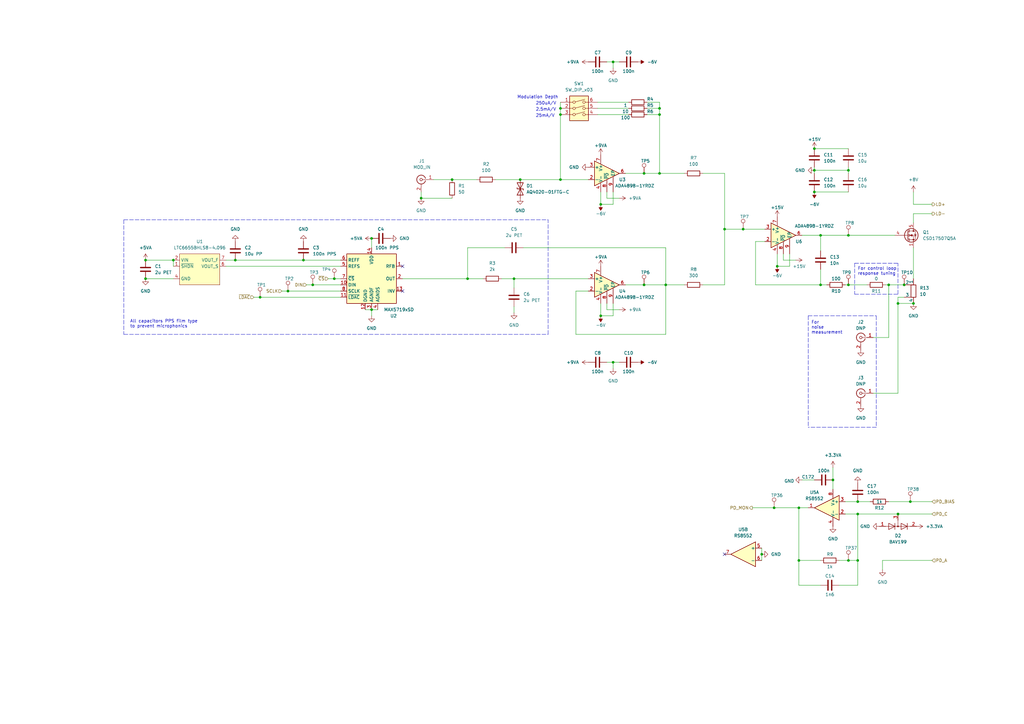
<source format=kicad_sch>
(kicad_sch (version 20211123) (generator eeschema)
  (paper "A3")
  (title_block (title "Kirdy") (date "2022-07-03") (rev "r0.1") (company "M-Labs") (comment 1 "Alex Wong Tat Hang"))
  (lib_symbols
    (symbol "Amplifier_Operational:ADA4898-1YRDZ" (pin_names (offset 0.127))
      (property "Reference" "U" (at 3.81 3.81 0))
      (property "Value" "ADA4898-1YRDZ" (at 11.43 -2.54 0))
      (symbol "ADA4898-1YRDZ_1_1"
        (polyline (pts (xy -5.08 5.08) (xy 5.08 0) (xy -5.08 -5.08) (xy -5.08 5.08)) (stroke (width 0.254)) (fill (type background)))
        (pin input line (at -7.62 -2.54 0) (length 2.54) (name "-") (number "2"))
        (pin input line (at -7.62 2.54 0) (length 2.54) (name "+") (number "3"))
        (pin power_in line (at -2.54 -7.62 90) (length 3.81) (name "V-") (number "4"))
        (pin output line (at 7.62 0 180) (length 2.54) (name "~") (number "6"))
        (pin power_in line (at -2.54 7.62 270) (length 3.81) (name "V+") (number "7"))
        (pin input line (at 0 -7.62 90) (length 5.08) (name "~{PD}") (number "8"))
        (pin passive line (at 2.54 -7.62 90) (length 6.35) (name "EP") (number "9"))
      )
    )
    (symbol "Analog_DAC:MAX5719xSD"
      (property "Reference" "U" (at -10.16 11.43 0))
      (property "Value" "MAX5719xSD" (at 1.27 11.43 0))
      (symbol "MAX5719xSD_0_1"
        (rectangle (start -10.16 10.16) (end 10.16 -10.16) (stroke (width 0.254)) (fill (type background)))
      )
      (symbol "MAX5719xSD_1_1"
        (pin passive line (at 12.7 5.08 180) (length 2.54) (name "RFB") (number "1"))
        (pin input line (at -12.7 -2.54 0) (length 2.54) (name "DIN") (number "10"))
        (pin input line (at -12.7 -7.62 0) (length 2.54) (name "~{LDAC}") (number "11"))
        (pin power_in line (at -2.54 -12.7 90) (length 2.54) (name "DGND") (number "12"))
        (pin passive line (at 12.7 -5.08 180) (length 2.54) (name "INV") (number "13"))
        (pin power_in line (at 0 12.7 270) (length 2.54) (name "VDD") (number "14"))
        (pin output line (at 12.7 0 180) (length 2.54) (name "OUT") (number "2"))
        (pin power_in line (at 0 -12.7 90) (length 2.54) (name "AGNDF") (number "3"))
        (pin power_in line (at 2.54 -12.7 90) (length 2.54) (name "AGNDS") (number "4"))
        (pin input line (at -12.7 5.08 0) (length 2.54) (name "REFS") (number "5"))
        (pin input line (at -12.7 7.62 0) (length 2.54) (name "REFF") (number "6"))
        (pin input line (at -12.7 0 0) (length 2.54) (name "~{CS}") (number "7"))
        (pin input line (at -12.7 -5.08 0) (length 2.54) (name "SCLK") (number "8"))
        (pin no_connect line (at 10.16 -7.62 180) (length 2.54) hide (name "NC") (number "9"))
      )
    )
    (symbol "Connector:Conn_Coaxial" (pin_names (offset 1.016) hide)
      (property "Reference" "J" (at 0.254 3.048 0))
      (property "Value" "Conn_Coaxial" (at 2.921 0 90))
      (symbol "Conn_Coaxial_0_1"
        (arc (start -1.778 -0.508) (mid 0.222 -1.808) (end 1.778 0) (stroke (width 0.254)))
        (polyline (pts (xy -2.54 0) (xy -0.508 0)))
        (polyline (pts (xy 0 -2.54) (xy 0 -1.778)))
        (circle (center 0 0) (radius 0.508) (stroke (width 0.2032)))
        (arc (start 1.778 0) (mid 0.222 1.8083) (end -1.778 0.508) (stroke (width 0.254)))
      )
      (symbol "Conn_Coaxial_1_1"
        (pin passive line (at -5.08 0 0) (length 2.54) (name "In") (number "1"))
        (pin passive line (at 0 -5.08 90) (length 2.54) (name "Ext") (number "2"))
      )
    )
    (symbol "Connector:TestPoint" (pin_numbers hide) (pin_names (offset 0.762) hide)
      (property "Reference" "TP" (at 0 6.858 0))
      (property "Value" "TestPoint" (at 0 5.08 0))
      (symbol "TestPoint_0_1"
        (circle (center 0 3.302) (radius 0.762))
      )
      (symbol "TestPoint_1_1"
        (pin passive line (at 0 0 90) (length 2.54) (name "1") (number "1"))
      )
    )
    (symbol "Device:C" (pin_numbers hide) (pin_names (offset 0.254))
      (property "Reference" "C" (at 0.635 2.54 0))
      (property "Value" "C" (at 0.635 -2.54 0))
      (symbol "C_0_1"
        (polyline (pts (xy -2.032 -0.762) (xy 2.032 -0.762)) (stroke (width 0.508)))
        (polyline (pts (xy -2.032 0.762) (xy 2.032 0.762)) (stroke (width 0.508)))
      )
      (symbol "C_1_1"
        (pin passive line (at 0 3.81 270) (length 2.794) (name "~") (number "1"))
        (pin passive line (at 0 -3.81 90) (length 2.794) (name "~") (number "2"))
      )
    )
    (symbol "Device:D_TVS" (pin_numbers hide) (pin_names (offset 1.016) hide)
      (property "Reference" "D" (at 0 2.54 0))
      (property "Value" "D_TVS" (at 0 -2.54 0))
      (symbol "D_TVS_0_1"
        (polyline (pts (xy 1.27 0) (xy -1.27 0)))
        (polyline (pts (xy 0.508 1.27) (xy 0 1.27) (xy 0 -1.27) (xy -0.508 -1.27)) (stroke (width 0.254)))
        (polyline (pts (xy -2.54 1.27) (xy -2.54 -1.27) (xy 2.54 1.27) (xy 2.54 -1.27) (xy -2.54 1.27)) (stroke (width 0.254)))
      )
      (symbol "D_TVS_1_1"
        (pin passive line (at -3.81 0 0) (length 2.54) (name "A1") (number "1"))
        (pin passive line (at 3.81 0 180) (length 2.54) (name "A2") (number "2"))
      )
    )
    (symbol "Device:R" (pin_numbers hide) (pin_names (offset 0))
      (property "Reference" "R" (at 2.032 0 90))
      (property "Value" "R" (at 0 0 90))
      (symbol "R_0_1"
        (rectangle (start -1.016 -2.54) (end 1.016 2.54) (stroke (width 0.254)))
      )
      (symbol "R_1_1"
        (pin passive line (at 0 3.81 270) (length 1.27) (name "~") (number "1"))
        (pin passive line (at 0 -3.81 90) (length 1.27) (name "~") (number "2"))
      )
    )
    (symbol "Device:R_Shunt" (pin_numbers hide) (pin_names (offset 0))
      (property "Reference" "R" (at -4.445 0 90))
      (property "Value" "R_Shunt" (at -2.54 0 90))
      (symbol "R_Shunt_0_1"
        (rectangle (start -1.016 -2.54) (end 1.016 2.54) (stroke (width 0.254)))
        (polyline (pts (xy 0 -2.54) (xy 1.27 -2.54)))
        (polyline (pts (xy 1.27 2.54) (xy 0 2.54)))
      )
      (symbol "R_Shunt_1_1"
        (pin passive line (at 0 5.08 270) (length 2.54) (name "1") (number "1"))
        (pin passive line (at 3.81 2.54 180) (length 2.54) (name "2") (number "2"))
        (pin passive line (at 3.81 -2.54 180) (length 2.54) (name "3") (number "3"))
        (pin passive line (at 0 -5.08 90) (length 2.54) (name "4") (number "4"))
      )
    )
    (symbol "Diode:BAV99" (pin_names hide)
      (property "Reference" "D" (at 0 5.08 0))
      (property "Value" "BAV99" (at 0 2.54 0))
      (symbol "BAV99_0_1"
        (polyline (pts (xy -5.08 0) (xy 5.08 0)))
      )
      (symbol "BAV99_1_1"
        (polyline (pts (xy 0 0) (xy 0 -2.54)))
        (polyline (pts (xy -1.27 -1.27) (xy -1.27 1.27) (xy -1.27 1.27)) (stroke (width 0.2032)))
        (polyline (pts (xy 3.81 1.27) (xy 3.81 -1.27) (xy 3.81 -1.27)) (stroke (width 0.2032)))
        (polyline (pts (xy -3.81 1.27) (xy -1.27 0) (xy -3.81 -1.27) (xy -3.81 1.27) (xy -3.81 1.27) (xy -3.81 1.27)) (stroke (width 0.2032)))
        (polyline (pts (xy 1.27 1.27) (xy 3.81 0) (xy 1.27 -1.27) (xy 1.27 1.27) (xy 1.27 1.27) (xy 1.27 1.27)) (stroke (width 0.2032)))
        (circle (center 0 0) (radius 0.254) (fill (type outline)))
        (pin passive line (at -7.62 0 0) (length 2.54) (name "K") (number "1"))
        (pin passive line (at 7.62 0 180) (length 2.54) (name "A") (number "2"))
        (pin passive line (at 0 -5.08 90) (length 2.54) (name "K") (number "3"))
      )
    )
    (symbol "Switch:SW_DIP_x03" (pin_names (offset 0) hide)
      (property "Reference" "SW" (at 0 8.89 0))
      (property "Value" "SW_DIP_x03" (at 0 -3.81 0))
      (symbol "SW_DIP_x03_0_0"
        (circle (center -2.032 0) (radius 0.508))
        (circle (center -2.032 2.54) (radius 0.508))
        (circle (center -2.032 5.08) (radius 0.508))
        (polyline (pts (xy -1.524 0.127) (xy 2.3622 1.1684)))
        (polyline (pts (xy -1.524 2.667) (xy 2.3622 3.7084)))
        (polyline (pts (xy -1.524 5.207) (xy 2.3622 6.2484)))
        (circle (center 2.032 0) (radius 0.508))
        (circle (center 2.032 2.54) (radius 0.508))
        (circle (center 2.032 5.08) (radius 0.508))
      )
      (symbol "SW_DIP_x03_0_1"
        (rectangle (start -3.81 7.62) (end 3.81 -2.54) (stroke (width 0.254)) (fill (type background)))
      )
      (symbol "SW_DIP_x03_1_1"
        (pin passive line (at -7.62 5.08 0) (length 5.08) (name "~") (number "1"))
        (pin passive line (at -7.62 2.54 0) (length 5.08) (name "~") (number "2"))
        (pin passive line (at -7.62 0 0) (length 5.08) (name "~") (number "3"))
        (pin passive line (at 7.62 0 180) (length 5.08) (name "~") (number "4"))
        (pin passive line (at 7.62 2.54 180) (length 5.08) (name "~") (number "5"))
        (pin passive line (at 7.62 5.08 180) (length 5.08) (name "~") (number "6"))
      )
    )
    (symbol "Transistor_FET:CSD17507Q5A" (pin_names hide)
      (property "Reference" "Q" (at 5.08 1.905 0))
      (property "Value" "CSD17507Q5A" (at 5.08 0 0))
      (symbol "CSD17507Q5A_0_1"
        (polyline (pts (xy 0.254 0) (xy -2.54 0)))
        (polyline (pts (xy 0.254 1.905) (xy 0.254 -1.905)) (stroke (width 0.254)))
        (polyline (pts (xy 0.762 -1.27) (xy 0.762 -2.286)) (stroke (width 0.254)))
        (polyline (pts (xy 0.762 0.508) (xy 0.762 -0.508)) (stroke (width 0.254)))
        (polyline (pts (xy 0.762 2.286) (xy 0.762 1.27)) (stroke (width 0.254)))
        (polyline (pts (xy 2.54 2.54) (xy 2.54 1.778)))
        (polyline (pts (xy 2.54 -2.54) (xy 2.54 0) (xy 0.762 0)))
        (polyline (pts (xy 0.762 -1.778) (xy 3.302 -1.778) (xy 3.302 1.778) (xy 0.762 1.778)))
        (polyline (pts (xy 1.016 0) (xy 2.032 0.381) (xy 2.032 -0.381) (xy 1.016 0)) (fill (type outline)))
        (polyline (pts (xy 2.794 0.508) (xy 2.921 0.381) (xy 3.683 0.381) (xy 3.81 0.254)))
        (polyline (pts (xy 3.302 0.381) (xy 2.921 -0.254) (xy 3.683 -0.254) (xy 3.302 0.381)))
        (circle (center 1.651 0) (radius 2.794) (stroke (width 0.254)))
        (circle (center 2.54 -1.778) (radius 0.254) (fill (type outline)))
        (circle (center 2.54 1.778) (radius 0.254) (fill (type outline)))
      )
      (symbol "CSD17507Q5A_1_1"
        (pin passive line (at 2.54 -5.08 90) (length 2.54) (name "S") (number "1"))
        (pin passive line (at 2.54 -5.08 90) (length 2.54) hide (name "S") (number "2"))
        (pin passive line (at 2.54 -5.08 90) (length 2.54) hide (name "S") (number "3"))
        (pin passive line (at -5.08 0 0) (length 2.54) (name "G") (number "4"))
        (pin passive line (at 2.54 5.08 270) (length 2.54) (name "D") (number "5"))
      )
    )
    (symbol "kirdy:LTC6655"
      (property "Reference" "U" (at 0 -10.16 0))
      (property "Value" "LTC6655" (at 0 -7.62 0))
      (symbol "LTC6655_0_0"
        (pin input line (at -10.16 2.54 0) (length 2.54) (name "~{SHDN}") (number "1"))
        (pin power_in line (at -10.16 5.08 0) (length 2.54) (name "VIN") (number "2"))
        (pin power_in line (at -10.16 -2.54 0) (length 2.54) hide (name "GND") (number "3"))
        (pin power_in line (at -10.16 -2.54 0) (length 2.54) (name "GND") (number "4"))
        (pin power_in line (at -10.16 -2.54 0) (length 2.54) hide (name "GND") (number "5"))
        (pin passive line (at 11.43 2.54 180) (length 2.54) (name "VOUT_S") (number "6"))
        (pin output line (at 11.43 5.08 180) (length 2.54) (name "VOUT_F") (number "7"))
        (pin power_in line (at -10.16 -2.54 0) (length 2.54) hide (name "GND") (number "8"))
      )
      (symbol "LTC6655_0_1"
        (rectangle (start -7.62 7.62) (end 8.89 -5.08) (fill (type background)))
      )
    )
    (symbol "kirdy:RS8552" (pin_names (offset 0.127))
      (property "Reference" "U" (at 0 5.08 0))
      (property "Value" "RS8552" (at 0 -5.08 0))
      (symbol "RS8552_1_1"
        (polyline (pts (xy -5.08 5.08) (xy 5.08 0) (xy -5.08 -5.08) (xy -5.08 5.08)) (stroke (width 0.254)) (fill (type background)))
        (pin output line (at 7.62 0 180) (length 2.54) (name "~") (number "1"))
        (pin input line (at -7.62 -2.54 0) (length 2.54) (name "-") (number "2"))
        (pin input line (at -7.62 2.54 0) (length 2.54) (name "+") (number "3"))
      )
      (symbol "RS8552_2_1"
        (polyline (pts (xy -5.08 5.08) (xy 5.08 0) (xy -5.08 -5.08) (xy -5.08 5.08)) (stroke (width 0.254)) (fill (type background)))
        (pin input line (at -7.62 2.54 0) (length 2.54) (name "+") (number "5"))
        (pin input line (at -7.62 -2.54 0) (length 2.54) (name "-") (number "6"))
        (pin output line (at 7.62 0 180) (length 2.54) (name "~") (number "7"))
      )
      (symbol "RS8552_3_1"
        (pin power_in line (at -2.54 -7.62 90) (length 3.81) (name "V-") (number "4"))
        (pin power_in line (at -2.54 7.62 270) (length 3.81) (name "V+") (number "8"))
      )
    )
    (symbol "power:+15V" (power) (pin_names (offset 0))
      (property "Value" "+15V" (at 0 3.556 0))
      (symbol "+15V_0_1"
        (polyline (pts (xy -0.762 1.27) (xy 0 2.54)))
        (polyline (pts (xy 0 0) (xy 0 2.54)))
        (polyline (pts (xy 0 2.54) (xy 0.762 1.27)))
      )
      (symbol "+15V_1_1"
        (pin power_in line (at 0 0 90) (length 0) hide (name "+15V") (number "1"))
      )
    )
    (symbol "power:+3.3VA" (power) (pin_names (offset 0))
      (property "Value" "+3.3VA" (at 0 3.556 0))
      (symbol "+3.3VA_0_1"
        (polyline (pts (xy -0.762 1.27) (xy 0 2.54)))
        (polyline (pts (xy 0 0) (xy 0 2.54)))
        (polyline (pts (xy 0 2.54) (xy 0.762 1.27)))
      )
      (symbol "+3.3VA_1_1"
        (pin power_in line (at 0 0 90) (length 0) hide (name "+3.3VA") (number "1"))
      )
    )
    (symbol "power:+5VA" (power) (pin_names (offset 0))
      (property "Value" "+5VA" (at 0 3.556 0))
      (symbol "+5VA_0_1"
        (polyline (pts (xy -0.762 1.27) (xy 0 2.54)))
        (polyline (pts (xy 0 0) (xy 0 2.54)))
        (polyline (pts (xy 0 2.54) (xy 0.762 1.27)))
      )
      (symbol "+5VA_1_1"
        (pin power_in line (at 0 0 90) (length 0) hide (name "+5VA") (number "1"))
      )
    )
    (symbol "power:+8V" (power) (pin_names (offset 0))
      (property "Value" "+8V" (at 0 3.556 0))
      (symbol "+8V_0_1"
        (polyline (pts (xy -0.762 1.27) (xy 0 2.54)))
        (polyline (pts (xy 0 0) (xy 0 2.54)))
        (polyline (pts (xy 0 2.54) (xy 0.762 1.27)))
      )
      (symbol "+8V_1_1"
        (pin power_in line (at 0 0 90) (length 0) hide (name "+8V") (number "1"))
      )
    )
    (symbol "power:+9VA" (power) (pin_names (offset 0))
      (property "Value" "+9VA" (at 0 3.81 0))
      (symbol "+9VA_0_1"
        (polyline (pts (xy -0.762 1.27) (xy 0 2.54)))
        (polyline (pts (xy 0 0) (xy 0 2.54)))
        (polyline (pts (xy 0 2.54) (xy 0.762 1.27)))
      )
      (symbol "+9VA_1_1"
        (pin power_in line (at 0 0 90) (length 0) hide (name "+9VA") (number "1"))
      )
    )
    (symbol "power:-6V" (power) (pin_names (offset 0))
      (property "Value" "-6V" (at 0 3.81 0))
      (symbol "-6V_0_0"
        (pin power_in line (at 0 0 90) (length 0) hide (name "-6V") (number "1"))
      )
      (symbol "-6V_0_1"
        (polyline (pts (xy 0 0) (xy 0 1.27) (xy 0.762 1.27) (xy 0 2.54) (xy -0.762 1.27) (xy 0 1.27)) (fill (type outline)))
      )
    )
    (symbol "power:GND" (power) (pin_names (offset 0))
      (property "Value" "GND" (at 0 -3.81 0))
      (symbol "GND_0_1"
        (polyline (pts (xy 0 0) (xy 0 -1.27) (xy 1.27 -1.27) (xy 0 -2.54) (xy -1.27 -1.27) (xy 0 -1.27)))
      )
      (symbol "GND_1_1"
        (pin power_in line (at 0 0 270) (length 0) hide (name "GND") (number "1"))
      )
    )
  )
  (junction (at 229.87 46.99))
  (junction (at 270.51 71.12))
  (junction (at 318.77 109.22))
  (junction (at 229.87 44.45))
  (junction (at 370.84 116.84))
  (junction (at 334.01 69.85))
  (junction (at 347.98 229.87))
  (junction (at 351.79 205.74))
  (junction (at 152.4 97.79))
  (junction (at 347.98 96.52))
  (junction (at 336.55 96.52))
  (junction (at 347.98 116.84))
  (junction (at 251.46 25.4))
  (junction (at 213.36 73.66))
  (junction (at 351.79 229.87))
  (junction (at 364.49 116.84))
  (junction (at 251.46 148.59))
  (junction (at 334.01 60.96))
  (junction (at 185.42 73.66))
  (junction (at 246.38 129.54))
  (junction (at 128.27 116.84))
  (junction (at 273.05 116.84))
  (junction (at 246.38 83.82))
  (junction (at 264.16 116.84))
  (junction (at 336.55 116.84))
  (junction (at 191.77 114.3))
  (junction (at 373.38 205.74))
  (junction (at 327.66 208.28))
  (junction (at 312.42 227.33))
  (junction (at 351.79 210.82))
  (junction (at 210.82 114.3))
  (junction (at 96.52 106.68))
  (junction (at 347.98 69.85))
  (junction (at 317.5 208.28))
  (junction (at 71.12 106.68))
  (junction (at 374.65 124.46))
  (junction (at 334.01 78.74))
  (junction (at 304.8 93.98))
  (junction (at 270.51 46.99))
  (junction (at 124.46 106.68))
  (junction (at 368.3 210.82))
  (junction (at 59.69 114.3))
  (junction (at 327.66 229.87))
  (junction (at 118.11 119.38))
  (junction (at 368.3 124.46))
  (junction (at 341.63 196.85))
  (junction (at 106.68 121.92))
  (junction (at 152.4 127))
  (junction (at 137.1211 114.3))
  (junction (at 264.16 71.12))
  (junction (at 270.51 44.45))
  (junction (at 172.72 81.28))
  (junction (at 59.69 106.68))
  (junction (at 229.87 73.66))
  (junction (at 297.18 93.98))
  (no_connect (at 165.1 119.38))
  (no_connect (at 297.18 227.33))
  (no_connect (at 165.1 109.22))
  (wire (pts (xy 210.82 125.73) (xy 210.82 128.27)))
  (wire (pts (xy 137.1211 114.3) (xy 139.7 114.3)))
  (polyline (pts (xy 331.47 129.54) (xy 331.47 175.26)))
  (wire (pts (xy 308.61 208.28) (xy 317.5 208.28)))
  (wire (pts (xy 71.12 106.68) (xy 71.12 109.22)))
  (wire (pts (xy 172.72 81.28) (xy 185.42 81.28)))
  (wire (pts (xy 273.05 116.84) (xy 280.67 116.84)))
  (wire (pts (xy 368.3 210.82) (xy 382.27 210.82)))
  (wire (pts (xy 364.49 116.84) (xy 370.84 116.84)))
  (wire (pts (xy 336.55 96.52) (xy 347.98 96.52)))
  (wire (pts (xy 347.98 229.87) (xy 351.79 229.87)))
  (wire (pts (xy 351.79 229.87) (xy 351.79 210.82)))
  (wire (pts (xy 334.01 69.85) (xy 334.01 71.12)))
  (wire (pts (xy 374.65 91.44) (xy 374.65 87.63)))
  (wire (pts (xy 214.63 101.6) (xy 273.05 101.6)))
  (wire (pts (xy 172.72 81.28) (xy 172.72 78.74)))
  (wire (pts (xy 336.55 96.52) (xy 336.55 102.87)))
  (wire (pts (xy 328.93 96.52) (xy 336.55 96.52)))
  (wire (pts (xy 248.92 127) (xy 254 127)))
  (wire (pts (xy 213.36 73.66) (xy 229.87 73.66)))
  (wire (pts (xy 288.29 116.84) (xy 297.18 116.84)))
  (wire (pts (xy 185.42 73.66) (xy 195.58 73.66)))
  (wire (pts (xy 347.98 116.84) (xy 355.6 116.84)))
  (wire (pts (xy 177.8 73.66) (xy 185.42 73.66)))
  (polyline (pts (xy 350.52 120.65) (xy 368.3 120.65)))
  (wire (pts (xy 115.57 119.38) (xy 118.11 119.38)))
  (wire (pts (xy 118.11 119.38) (xy 139.7 119.38)))
  (wire (pts (xy 270.51 41.91) (xy 270.51 44.45)))
  (wire (pts (xy 270.51 46.99) (xy 270.51 71.12)))
  (wire (pts (xy 203.2 73.66) (xy 213.36 73.66)))
  (wire (pts (xy 358.14 138.43) (xy 364.49 138.43)))
  (wire (pts (xy 361.95 229.87) (xy 382.27 229.87)))
  (wire (pts (xy 368.3 161.29) (xy 358.14 161.29)))
  (wire (pts (xy 321.31 106.68) (xy 326.39 106.68)))
  (polyline (pts (xy 350.52 107.95) (xy 368.3 107.95)))
  (wire (pts (xy 368.3 121.92) (xy 368.3 124.46)))
  (wire (pts (xy 327.66 229.87) (xy 327.66 208.28)))
  (wire (pts (xy 96.52 106.68) (xy 124.46 106.68)))
  (wire (pts (xy 125.73 116.84) (xy 128.27 116.84)))
  (wire (pts (xy 270.51 71.12) (xy 280.67 71.12)))
  (wire (pts (xy 251.46 25.4) (xy 251.46 27.94)))
  (wire (pts (xy 265.43 46.99) (xy 270.51 46.99)))
  (polyline (pts (xy 331.47 129.54) (xy 359.41 129.54)))
  (wire (pts (xy 134.62 114.3) (xy 137.1211 114.3)))
  (wire (pts (xy 210.82 114.3) (xy 241.3 114.3)))
  (wire (pts (xy 256.54 116.84) (xy 264.16 116.84)))
  (wire (pts (xy 368.3 124.46) (xy 368.3 161.29)))
  (wire (pts (xy 205.74 114.3) (xy 210.82 114.3)))
  (wire (pts (xy 245.11 46.99) (xy 257.81 46.99)))
  (wire (pts (xy 273.05 137.16) (xy 273.05 116.84)))
  (wire (pts (xy 336.55 240.03) (xy 327.66 240.03)))
  (wire (pts (xy 374.65 87.63) (xy 382.27 87.63)))
  (wire (pts (xy 92.71 109.22) (xy 139.7 109.22)))
  (wire (pts (xy 347.98 69.85) (xy 334.01 69.85)))
  (wire (pts (xy 251.46 25.4) (xy 254 25.4)))
  (wire (pts (xy 236.22 119.38) (xy 236.22 137.16)))
  (wire (pts (xy 251.46 83.82) (xy 251.46 78.74)))
  (wire (pts (xy 246.38 78.74) (xy 246.38 83.82)))
  (wire (pts (xy 251.46 129.54) (xy 251.46 124.46)))
  (wire (pts (xy 191.77 101.6) (xy 191.77 114.3)))
  (wire (pts (xy 106.68 121.92) (xy 139.7 121.92)))
  (wire (pts (xy 373.38 205.74) (xy 382.27 205.74)))
  (wire (pts (xy 207.01 101.6) (xy 191.77 101.6)))
  (polyline (pts (xy 50.8 90.17) (xy 224.79 90.17)))
  (wire (pts (xy 264.16 71.12) (xy 270.51 71.12)))
  (wire (pts (xy 265.43 41.91) (xy 270.51 41.91)))
  (wire (pts (xy 361.95 233.68) (xy 361.95 229.87)))
  (wire (pts (xy 251.46 148.59) (xy 254 148.59)))
  (wire (pts (xy 297.18 93.98) (xy 304.8 93.98)))
  (wire (pts (xy 248.92 78.74) (xy 248.92 81.28)))
  (wire (pts (xy 246.38 83.82) (xy 251.46 83.82)))
  (wire (pts (xy 248.92 148.59) (xy 251.46 148.59)))
  (wire (pts (xy 297.18 71.12) (xy 297.18 93.98)))
  (wire (pts (xy 318.77 109.22) (xy 323.85 109.22)))
  (wire (pts (xy 248.92 25.4) (xy 251.46 25.4)))
  (polyline (pts (xy 368.3 120.65) (xy 368.3 107.95)))
  (wire (pts (xy 368.3 121.92) (xy 370.84 121.92)))
  (wire (pts (xy 317.5 208.28) (xy 327.66 208.28)))
  (wire (pts (xy 344.17 229.87) (xy 347.98 229.87)))
  (wire (pts (xy 92.71 106.68) (xy 96.52 106.68)))
  (wire (pts (xy 364.49 138.43) (xy 364.49 116.84)))
  (wire (pts (xy 236.22 137.16) (xy 273.05 137.16)))
  (wire (pts (xy 346.71 116.84) (xy 347.98 116.84)))
  (wire (pts (xy 248.92 124.46) (xy 248.92 127)))
  (wire (pts (xy 165.1 114.3) (xy 191.77 114.3)))
  (wire (pts (xy 124.46 106.68) (xy 139.7 106.68)))
  (wire (pts (xy 364.49 205.74) (xy 373.38 205.74)))
  (wire (pts (xy 363.22 116.84) (xy 364.49 116.84)))
  (wire (pts (xy 256.54 71.12) (xy 264.16 71.12)))
  (wire (pts (xy 288.29 71.12) (xy 297.18 71.12)))
  (wire (pts (xy 265.43 44.45) (xy 270.51 44.45)))
  (wire (pts (xy 59.69 106.68) (xy 71.12 106.68)))
  (wire (pts (xy 341.63 191.77) (xy 341.63 196.85)))
  (wire (pts (xy 59.69 114.3) (xy 71.12 114.3)))
  (wire (pts (xy 346.71 205.74) (xy 351.79 205.74)))
  (wire (pts (xy 229.87 41.91) (xy 229.87 44.45)))
  (wire (pts (xy 246.38 129.54) (xy 251.46 129.54)))
  (wire (pts (xy 318.77 104.14) (xy 318.77 109.22)))
  (wire (pts (xy 347.98 96.52) (xy 367.03 96.52)))
  (wire (pts (xy 264.16 116.84) (xy 273.05 116.84)))
  (polyline (pts (xy 359.41 175.26) (xy 331.47 175.26)))
  (polyline (pts (xy 50.8 90.17) (xy 50.8 137.16)))
  (wire (pts (xy 309.88 116.84) (xy 309.88 99.06)))
  (wire (pts (xy 327.66 240.03) (xy 327.66 229.87)))
  (wire (pts (xy 152.4 97.79) (xy 152.4 101.6)))
  (wire (pts (xy 321.31 104.14) (xy 321.31 106.68)))
  (wire (pts (xy 327.66 229.87) (xy 336.55 229.87)))
  (polyline (pts (xy 350.52 107.95) (xy 350.52 120.65)))
  (wire (pts (xy 351.79 205.74) (xy 356.87 205.74)))
  (wire (pts (xy 312.42 224.79) (xy 312.42 227.33)))
  (wire (pts (xy 374.65 83.82) (xy 382.27 83.82)))
  (wire (pts (xy 336.55 116.84) (xy 309.88 116.84)))
  (wire (pts (xy 297.18 116.84) (xy 297.18 93.98)))
  (polyline (pts (xy 359.41 129.54) (xy 359.41 175.26)))
  (wire (pts (xy 229.87 44.45) (xy 229.87 46.99)))
  (wire (pts (xy 149.86 127) (xy 152.4 127)))
  (wire (pts (xy 312.42 227.33) (xy 312.42 229.87)))
  (wire (pts (xy 104.14 121.92) (xy 106.68 121.92)))
  (wire (pts (xy 304.8 93.98) (xy 313.69 93.98)))
  (wire (pts (xy 191.77 114.3) (xy 198.12 114.3)))
  (wire (pts (xy 248.92 81.28) (xy 254 81.28)))
  (polyline (pts (xy 50.8 137.16) (xy 224.79 137.16)))
  (wire (pts (xy 328.93 196.85) (xy 334.01 196.85)))
  (wire (pts (xy 344.17 240.03) (xy 351.79 240.03)))
  (wire (pts (xy 246.38 124.46) (xy 246.38 129.54)))
  (wire (pts (xy 341.63 196.85) (xy 341.63 200.66)))
  (wire (pts (xy 346.71 210.82) (xy 351.79 210.82)))
  (wire (pts (xy 351.79 240.03) (xy 351.79 229.87)))
  (wire (pts (xy 229.87 46.99) (xy 229.87 73.66)))
  (wire (pts (xy 245.11 44.45) (xy 257.81 44.45)))
  (wire (pts (xy 327.66 208.28) (xy 331.47 208.28)))
  (wire (pts (xy 347.98 68.58) (xy 347.98 69.85)))
  (wire (pts (xy 374.65 78.74) (xy 374.65 83.82)))
  (wire (pts (xy 128.27 116.84) (xy 139.7 116.84)))
  (wire (pts (xy 152.4 127) (xy 152.4 129.54)))
  (wire (pts (xy 273.05 101.6) (xy 273.05 116.84)))
  (wire (pts (xy 347.98 69.85) (xy 347.98 71.12)))
  (wire (pts (xy 210.82 114.3) (xy 210.82 118.11)))
  (wire (pts (xy 368.3 124.46) (xy 374.65 124.46)))
  (wire (pts (xy 241.3 119.38) (xy 236.22 119.38)))
  (wire (pts (xy 334.01 68.58) (xy 334.01 69.85)))
  (wire (pts (xy 334.01 60.96) (xy 347.98 60.96)))
  (wire (pts (xy 351.79 210.82) (xy 368.3 210.82)))
  (wire (pts (xy 336.55 116.84) (xy 339.09 116.84)))
  (wire (pts (xy 334.01 78.74) (xy 347.98 78.74)))
  (wire (pts (xy 374.65 101.6) (xy 374.65 114.3)))
  (wire (pts (xy 323.85 109.22) (xy 323.85 104.14)))
  (wire (pts (xy 229.87 73.66) (xy 241.3 73.66)))
  (wire (pts (xy 336.55 110.49) (xy 336.55 116.84)))
  (wire (pts (xy 251.46 148.59) (xy 251.46 151.13)))
  (polyline (pts (xy 224.79 137.16) (xy 224.79 90.17)))
  (wire (pts (xy 245.11 41.91) (xy 257.81 41.91)))
  (wire (pts (xy 270.51 44.45) (xy 270.51 46.99)))
  (wire (pts (xy 152.4 127) (xy 154.94 127)))
  (wire (pts (xy 309.88 99.06) (xy 313.69 99.06)))
  (text "250uA/V" (at 219.71 43.18 0) (effects (font (size 1.27 1.27)) (justify left bottom)))
  (text "All capacitors PPS film type\nto prevent microphonics " (at 53.34 134.62 0) (effects (font (size 1.27 1.27)) (justify left bottom)))
  (text "For\nnoise\nmeasurement" (at 332.74 137.16 0) (effects (font (size 1.27 1.27)) (justify left bottom)))
  (text "2.5mA/V" (at 219.71 45.72 0) (effects (font (size 1.27 1.27)) (justify left bottom)))
  (text "For control loop\nresponse tuning" (at 351.79 113.03 0) (effects (font (size 1.27 1.27)) (justify left bottom)))
  (text "25mA/V" (at 219.71 48.26 0) (effects (font (size 1.27 1.27)) (justify left bottom)))
  (text "Modulation Depth" (at 212.09 40.64 0) (effects (font (size 1.27 1.27)) (justify left bottom)))
  (hierarchical_label "~{LDAC}" (shape input) (at 104.14 121.92 180))
  (hierarchical_label "PD_BIAS" (shape input) (at 382.27 205.74 0))
  (hierarchical_label "LD+" (shape output) (at 382.27 83.82 0))
  (hierarchical_label "SCLK" (shape input) (at 115.57 119.38 180))
  (hierarchical_label "PD_MON" (shape output) (at 308.61 208.28 180))
  (hierarchical_label "PD_C" (shape input) (at 382.27 210.82 0))
  (hierarchical_label "PD_A" (shape input) (at 382.27 229.87 0))
  (hierarchical_label "DIN" (shape input) (at 125.73 116.84 180))
  (hierarchical_label "LD-" (shape output) (at 382.27 87.63 0))
  (hierarchical_label "~{CS}" (shape input) (at 134.62 114.3 180))
  (symbol (lib_id "Connector:TestPoint") (at 370.84 116.84 0) (unit 1)
    (property "Reference" "TP10" (at 369.57 111.76 0) (effects (justify left)))
    (property "Value" "TestPoint" (effects hide))
    (property "Footprint" "TestPoint:TestPoint_Pad_2.0x2.0mm" (effects hide))
  )
  (symbol (lib_id "Device:R") (at 261.62 46.99 90) (unit 1)
    (property "Reference" "R6" (at 266.7 45.72 90))
    (property "Value" "100" (at 256.54 48.26 90))
    (property "Footprint" "Resistor_SMD:R_0603_1608Metric" (effects hide))
    (property "MFR_PN" "WR06X1000FTL" (effects hide))
    (property "MFR_PN_ALT" "RMCF0603FT100R" (effects hide))
  )
  (symbol (lib_id "Device:C") (at 351.79 201.93 0) (unit 1)
    (property "Reference" "C17" (at 355.6 199.39 0) (effects (justify left)))
    (property "Value" "100n" (at 355.6 201.93 0) (effects (justify left)))
    (property "Footprint" "Capacitor_SMD:C_0603_1608Metric" (effects hide))
    (property "MFR_PN" "CL10B104KB8NNWC" (effects hide))
    (property "MFR_PN_ALT" "CL10B104KB8NNNL" (effects hide))
  )
  (symbol (lib_id "Diode:BAV99") (at 368.3 215.9 0) (mirror x) (unit 1)
    (property "Reference" "D2" (at 368.3 219.71 0))
    (property "Value" "BAV199" (at 368.3 222.25 0))
    (property "Footprint" "Package_TO_SOT_SMD:SOT-23" (effects hide))
    (property "Datasheet" "https://assets.nexperia.com/documents/data-sheet/BAV99_SER.pdf" (effects hide))
    (property "MFR_PN" "BAV199W-7" (effects hide))
    (property "MFR_PN_ALT" "BAV199E6327HTSA1" (effects hide))
  )
  (symbol (lib_id "Connector:TestPoint") (at 137.1211 114.3 0) (unit 1)
    (property "Reference" "TP4" (at 132.08 110.49 0) (effects (justify left)))
    (property "Value" "TestPoint" (effects hide))
    (property "Footprint" "TestPoint:TestPoint_Pad_2.0x2.0mm" (effects hide))
  )
  (symbol (lib_id "power:GND") (at 328.93 196.85 270) (unit 1)
    (property "Reference" "#PWR0162" (effects hide))
    (property "Value" "GND" (at 325.7551 197.2838 90) (effects (justify right)))
  )
  (symbol (lib_id "power:GND") (at 360.68 215.9 270) (unit 1)
    (property "Reference" "#PWR036" (effects hide))
    (property "Value" "GND" (at 356.87 215.8999 90) (effects (justify right)))
  )
  (symbol (lib_id "Connector:Conn_Coaxial") (at 353.06 161.29 0) (mirror y) (unit 1)
    (property "Reference" "J3" (at 353.06 154.94 0))
    (property "Value" "DNP" (at 353.06 157.48 0))
    (property "Footprint" "Connector_Coaxial:U.FL_Hirose_U.FL-R-SMT-1_Vertical" (effects hide))
    (property "Datasheet" " ~" (effects hide))
    (property "MFR_PN" "U.FL-R-SMT-1(01)" (effects hide))
    (property "MFR_PN_ALT" "U.FL-R-SMT(10)" (effects hide))
  )
  (symbol (lib_id "power:-6V") (at 261.62 25.4 270) (unit 1)
    (property "Reference" "#PWR022" (effects hide))
    (property "Value" "-6V" (at 265.43 25.3999 90) (effects (justify left)))
  )
  (symbol (lib_id "Device:C") (at 210.82 101.6 90) (unit 1)
    (property "Reference" "C5" (at 210.82 93.98 90))
    (property "Value" "2u PET" (at 210.82 96.52 90))
    (property "Footprint" "Capacitor_SMD:C_1812_4532Metric" (effects hide))
    (property "MFR_PN" "35MU225MC14532" (effects hide))
  )
  (symbol (lib_id "power:+15V") (at 334.01 60.96 0) (unit 1)
    (property "Reference" "#PWR028" (effects hide))
    (property "Value" "+15V" (at 334.01 57.15 0))
  )
  (symbol (lib_id "Device:R") (at 359.41 116.84 90) (unit 1)
    (property "Reference" "R11" (at 359.41 119.38 90))
    (property "Value" "0" (at 359.41 114.3 90))
    (property "Footprint" "Resistor_SMD:R_0603_1608Metric" (effects hide))
    (property "MFR_PN" "RMCF0603ZT0R00" (effects hide))
    (property "MFR_PN_ALT" "CR0603-J/-000ELF" (effects hide))
  )
  (symbol (lib_id "power:-6V") (at 261.62 148.59 270) (unit 1)
    (property "Reference" "#PWR023" (effects hide))
    (property "Value" "-6V" (at 265.43 148.5899 90) (effects (justify left)))
  )
  (symbol (lib_id "Device:C") (at 257.81 25.4 90) (unit 1)
    (property "Reference" "C9" (at 257.81 21.59 90))
    (property "Value" "100n" (at 257.81 29.21 90))
    (property "Footprint" "Capacitor_SMD:C_0603_1608Metric" (effects hide))
    (property "MFR_PN" "CL10B104KB8NNWC" (effects hide))
    (property "MFR_PN_ALT" "CL10B104KB8NNNL" (effects hide))
  )
  (symbol (lib_id "Connector:TestPoint") (at 304.8 93.98 0) (unit 1)
    (property "Reference" "TP7" (at 303.53 88.9 0) (effects (justify left)))
    (property "Value" "TestPoint" (effects hide))
    (property "Footprint" "TestPoint:TestPoint_Pad_2.0x2.0mm" (effects hide))
  )
  (symbol (lib_id "power:GND") (at 351.79 198.12 180) (unit 1)
    (property "Reference" "#PWR033" (effects hide))
    (property "Value" "GND" (at 351.79 193.04 0))
  )
  (symbol (lib_id "Connector:TestPoint") (at 106.68 121.92 0) (unit 1)
    (property "Reference" "TP1" (at 105.41 116.84 0) (effects (justify left)))
    (property "Value" "TestPoint" (effects hide))
    (property "Footprint" "TestPoint:TestPoint_Pad_2.0x2.0mm" (effects hide))
  )
  (symbol (lib_id "power:+5VA") (at 59.69 106.68 0) (unit 1)
    (property "Reference" "#PWR01" (effects hide))
    (property "Value" "+5VA" (at 59.69 101.6 0))
  )
  (symbol (lib_id "Device:C") (at 347.98 74.93 0) (unit 1)
    (property "Reference" "C16" (at 351.79 73.6599 0) (effects (justify left)))
    (property "Value" "10u" (at 351.79 76.1999 0) (effects (justify left)))
    (property "Footprint" "Capacitor_SMD:C_0805_2012Metric" (effects hide))
    (property "MFR_PN" "CL21B106KOQNNNG" (effects hide))
    (property "MFR_PN_ALT" "CL21B106KOQNNNE" (effects hide))
  )
  (symbol (lib_id "Device:C") (at 96.52 102.87 0) (unit 1)
    (property "Reference" "C2" (at 100.33 101.5999 0) (effects (justify left)))
    (property "Value" "10u PP" (at 100.33 104.1399 0) (effects (justify left)))
    (property "Footprint" "Capacitor_SMD:C_1812_4532Metric" (effects hide))
    (property "MFR_PN" "16MU106MC44532" (effects hide))
  )
  (symbol (lib_id "Connector:TestPoint") (at 347.98 116.84 0) (unit 1)
    (property "Reference" "TP9" (at 345.44 111.76 0) (effects (justify left)))
    (property "Value" "TestPoint" (effects hide))
    (property "Footprint" "TestPoint:TestPoint_Pad_2.0x2.0mm" (effects hide))
  )
  (symbol (lib_id "Device:R") (at 342.9 116.84 90) (unit 1)
    (property "Reference" "R10" (at 342.9 119.38 90))
    (property "Value" "100" (at 342.9 114.3 90))
    (property "Footprint" "Resistor_SMD:R_0603_1608Metric" (effects hide))
    (property "MFR_PN" "WR06X1000FTL" (effects hide))
    (property "MFR_PN_ALT" "RMCF0603FT100R" (effects hide))
  )
  (symbol (lib_id "power:GND") (at 152.4 129.54 0) (unit 1)
    (property "Reference" "#PWR06" (effects hide))
    (property "Value" "GND" (at 152.4 134.62 0))
  )
  (symbol (lib_id "Amplifier_Operational:ADA4898-1YRDZ") (at 321.31 96.52 0) (unit 1)
    (property "Reference" "U6" (at 327.66 99.06 0))
    (property "Value" "ADA4898-1YRDZ" (at 334.01 92.71 0))
    (property "Footprint" "Package_SO:SOIC-8-1EP_3.9x4.9mm_P1.27mm_EP2.29x3mm" (effects hide))
    (property "Datasheet" "https://www.analog.com/media/en/technical-documentation/data-sheets/ada4898-1_4898-2.pdf" (effects hide))
    (property "MFR_PN" "ADA4898-1YRDZ" (effects hide))
  )
  (symbol (lib_id "Device:C") (at 336.55 106.68 0) (unit 1)
    (property "Reference" "C13" (at 340.36 105.4099 0) (effects (justify left)))
    (property "Value" "10n" (at 340.36 107.9499 0) (effects (justify left)))
    (property "Footprint" "Capacitor_SMD:C_0603_1608Metric" (effects hide))
    (property "MFR_PN" "0603B103K500CT" (effects hide))
    (property "MFR_PN_ALT" "CL10B103KB8NNNC" (effects hide))
  )
  (symbol (lib_id "Connector:TestPoint") (at 373.38 205.74 0) (unit 1)
    (property "Reference" "TP38" (at 372.11 200.66 0) (effects (justify left)))
    (property "Value" "TestPoint" (effects hide))
    (property "Footprint" "TestPoint:TestPoint_Pad_2.0x2.0mm" (effects hide))
  )
  (symbol (lib_id "Device:R") (at 284.48 116.84 90) (unit 1)
    (property "Reference" "R8" (at 284.48 110.49 90))
    (property "Value" "300" (at 284.48 113.03 90))
    (property "Footprint" "Resistor_SMD:R_0603_1608Metric" (effects hide))
    (property "MFR_PN" "RT0603FRE07300RL" (effects hide))
    (property "MFR_PN_ALT" "RC0603FR-10300RL" (effects hide))
  )
  (symbol (lib_id "power:GND") (at 160.02 97.79 90) (unit 1)
    (property "Reference" "#PWR07" (effects hide))
    (property "Value" "GND" (at 163.83 97.7899 90) (effects (justify right)))
  )
  (symbol (lib_id "power:GND") (at 59.69 114.3 0) (unit 1)
    (property "Reference" "#PWR02" (effects hide))
    (property "Value" "GND" (at 59.69 119.38 0))
  )
  (symbol (lib_id "kirdy:RS8552") (at 304.8 227.33 0) (mirror y) (unit 2)
    (property "Reference" "U5" (at 304.8 217.17 0))
    (property "Value" "RS8552" (at 304.8 219.71 0))
    (property "Footprint" "Package_SO:SOIC-8_3.9x4.9mm_P1.27mm" (effects hide))
    (property "Datasheet" "https://datasheet.lcsc.com/lcsc/2010160333_Jiangsu-RUNIC-Tech-RS8554XP_C236997.pdf" (effects hide))
    (property "MFR_PN" "RS8552XK" (effects hide))
  )
  (symbol (lib_id "kirdy:RS8552") (at 339.09 208.28 0) (mirror y) (unit 1)
    (property "Reference" "U5" (at 334.01 201.93 0))
    (property "Value" "RS8552" (at 334.01 204.47 0))
    (property "Footprint" "Package_SO:SOIC-8_3.9x4.9mm_P1.27mm" (effects hide))
    (property "Datasheet" "https://datasheet.lcsc.com/lcsc/2010160333_Jiangsu-RUNIC-Tech-RS8554XP_C236997.pdf" (effects hide))
    (property "MFR_PN" "RS8552XK" (effects hide))
  )
  (symbol (lib_id "Connector:TestPoint") (at 347.98 229.87 0) (unit 1)
    (property "Reference" "TP37" (at 346.71 224.79 0) (effects (justify left)))
    (property "Value" "TestPoint" (effects hide))
    (property "Footprint" "TestPoint:TestPoint_Pad_2.0x2.0mm" (effects hide))
  )
  (symbol (lib_id "power:GND") (at 96.52 99.06 180) (unit 1)
    (property "Reference" "#PWR03" (effects hide))
    (property "Value" "GND" (at 96.52 93.98 0))
  )
  (symbol (lib_id "Device:C") (at 340.36 240.03 90) (unit 1)
    (property "Reference" "C14" (at 340.36 236.22 90))
    (property "Value" "1n6" (at 340.36 243.84 90))
    (property "Footprint" "Capacitor_SMD:C_0603_1608Metric" (effects hide))
    (property "MFR_PN" "GCM1885C1H162FA16D" (effects hide))
    (property "MFR_PN_ALT" "C0603C162J5GAC7867" (effects hide))
  )
  (symbol (lib_id "Device:R") (at 360.68 205.74 90) (unit 1)
    (property "Reference" "R12" (at 360.68 208.28 90))
    (property "Value" "1k" (at 360.68 205.74 90))
    (property "Footprint" "Resistor_SMD:R_0603_1608Metric" (effects hide))
    (property "MFR_PN" "RNCP0603FTD1K00" (effects hide))
    (property "MFR_PN_ALT" "WR06X1001FTL" (effects hide))
  )
  (symbol (lib_id "Switch:SW_DIP_x03") (at 237.49 46.99 0) (unit 1)
    (property "Reference" "SW1" (at 237.49 34.29 0))
    (property "Value" "SW_DIP_x03" (at 237.49 36.83 0))
    (property "Footprint" "Button_Switch_SMD:SW_DIP_SPSTx03_Slide_Omron_A6S-310x_W8.9mm_P2.54mm" (effects hide))
    (property "MFR_PN" "A6SN-3104" (effects hide))
    (property "MFR_PN_ALT" "A6S-3102" (effects hide))
  )
  (symbol (lib_id "Amplifier_Operational:ADA4898-1YRDZ") (at 248.92 116.84 0) (unit 1)
    (property "Reference" "U4" (at 255.27 119.38 0))
    (property "Value" "ADA4898-1YRDZ" (at 260.35 121.92 0))
    (property "Footprint" "Package_SO:SOIC-8-1EP_3.9x4.9mm_P1.27mm_EP2.29x3mm" (effects hide))
    (property "Datasheet" "https://www.analog.com/media/en/technical-documentation/data-sheets/ada4898-1_4898-2.pdf" (effects hide))
    (property "MFR_PN" "ADA4898-1YRDZ" (effects hide))
  )
  (symbol (lib_id "power:GND") (at 341.63 215.9 0) (unit 1)
    (property "Reference" "#PWR032" (effects hide))
    (property "Value" "GND" (at 341.63 220.98 0))
  )
  (symbol (lib_id "power:GND") (at 334.01 69.85 270) (unit 1)
    (property "Reference" "#PWR029" (effects hide))
    (property "Value" "GND" (at 330.2 69.8499 90) (effects (justify right)))
  )
  (symbol (lib_id "power:GND") (at 353.06 166.37 0) (unit 1)
    (property "Reference" "#PWR035" (effects hide))
    (property "Value" "GND" (at 353.06 171.45 0))
  )
  (symbol (lib_id "Device:C") (at 334.01 74.93 0) (unit 1)
    (property "Reference" "C12" (at 337.82 73.6599 0) (effects (justify left)))
    (property "Value" "100n" (at 337.82 76.1999 0) (effects (justify left)))
    (property "Footprint" "Capacitor_SMD:C_0603_1608Metric" (effects hide))
    (property "MFR_PN" "CL10B104KB8NNWC" (effects hide))
    (property "MFR_PN_ALT" "CL10B104KB8NNNL" (effects hide))
  )
  (symbol (lib_id "power:GND") (at 210.82 128.27 0) (unit 1)
    (property "Reference" "#PWR09" (effects hide))
    (property "Value" "GND" (at 210.82 133.35 0))
  )
  (symbol (lib_id "Device:R") (at 201.93 114.3 90) (unit 1)
    (property "Reference" "R3" (at 201.93 107.95 90))
    (property "Value" "2k" (at 201.93 110.49 90))
    (property "Footprint" "Resistor_SMD:R_0603_1608Metric" (effects hide))
    (property "MFR_PN" "RC0603FR-072KL" (effects hide))
    (property "MFR_PN_ALT" "ERJ-3EKF2001V" (effects hide))
  )
  (symbol (lib_id "Device:C") (at 257.81 148.59 90) (unit 1)
    (property "Reference" "C10" (at 257.81 144.78 90))
    (property "Value" "100n" (at 257.81 152.4 90))
    (property "Footprint" "Capacitor_SMD:C_0603_1608Metric" (effects hide))
    (property "MFR_PN" "CL10B104KB8NNWC" (effects hide))
    (property "MFR_PN_ALT" "CL10B104KB8NNNL" (effects hide))
  )
  (symbol (lib_id "power:+9VA") (at 254 81.28 270) (unit 1)
    (property "Reference" "#PWR020" (effects hide))
    (property "Value" "+9VA" (at 257.81 81.2799 90) (effects (justify left)))
  )
  (symbol (lib_id "Device:R_Shunt") (at 374.65 119.38 0) (mirror y) (unit 1)
    (property "Reference" "R13" (at 377.19 118.1099 0) (effects (justify right)))
    (property "Value" "10" (at 377.19 120.6499 0) (effects (justify right)))
    (property "Footprint" "Resistor_SMD:R_Shunt_Ohmite_LVK20" (effects hide))
    (property "MFR_PN" "Y160610R0000D9W" (effects hide))
    (property "MFR_PN_ALT" "RC0603FR-10300RL" (effects hide))
  )
  (symbol (lib_id "Connector:TestPoint") (at 264.16 71.12 0) (unit 1)
    (property "Reference" "TP5" (at 262.89 66.04 0) (effects (justify left)))
    (property "Value" "TestPoint" (effects hide))
    (property "Footprint" "TestPoint:TestPoint_Pad_2.0x2.0mm" (effects hide))
  )
  (symbol (lib_id "kirdy:RS8552") (at 339.09 208.28 0) (mirror y) (unit 3)
    (property "Reference" "U5" (effects hide))
    (property "Value" "RS8552" (effects hide))
    (property "Footprint" "Package_SO:SOIC-8_3.9x4.9mm_P1.27mm" (effects hide))
    (property "Datasheet" "https://datasheet.lcsc.com/lcsc/2010160333_Jiangsu-RUNIC-Tech-RS8554XP_C236997.pdf" (effects hide))
    (property "MFR_PN" "RS8552XK" (effects hide))
  )
  (symbol (lib_id "power:-6V") (at 246.38 129.54 180) (unit 1)
    (property "Reference" "#PWR017" (effects hide))
    (property "Value" "-6V" (at 246.38 133.35 0))
  )
  (symbol (lib_id "power:GND") (at 241.3 68.58 270) (unit 1)
    (property "Reference" "#PWR012" (effects hide))
    (property "Value" "GND" (at 237.49 68.5799 90) (effects (justify right)))
  )
  (symbol (lib_id "power:+15V") (at 326.39 106.68 270) (unit 1)
    (property "Reference" "#PWR027" (effects hide))
    (property "Value" "+15V" (at 325.12 109.22 90) (effects (justify left)))
  )
  (symbol (lib_id "power:GND") (at 312.42 227.33 90) (unit 1)
    (property "Reference" "#PWR024" (effects hide))
    (property "Value" "GND" (at 316.23 227.3299 90) (effects (justify right)))
  )
  (symbol (lib_id "Device:C") (at 347.98 64.77 0) (unit 1)
    (property "Reference" "C15" (at 351.79 63.4999 0) (effects (justify left)))
    (property "Value" "10u" (at 351.79 66.0399 0) (effects (justify left)))
    (property "Footprint" "Capacitor_SMD:C_0805_2012Metric" (effects hide))
    (property "MFR_PN" "CL21B106KOQNNNG" (effects hide))
    (property "MFR_PN_ALT" "CL21B106KOQNNNE" (effects hide))
  )
  (symbol (lib_id "Connector:TestPoint") (at 347.98 96.52 0) (unit 1)
    (property "Reference" "TP8" (at 346.71 91.44 0) (effects (justify left)))
    (property "Value" "TestPoint" (effects hide))
    (property "Footprint" "TestPoint:TestPoint_Pad_2.0x2.0mm" (effects hide))
  )
  (symbol (lib_id "power:+9VA") (at 241.3 25.4 90) (unit 1)
    (property "Reference" "#PWR011" (effects hide))
    (property "Value" "+9VA" (at 237.49 25.3999 90) (effects (justify left)))
  )
  (symbol (lib_id "power:+3.3VA") (at 341.63 191.77 0) (unit 1)
    (property "Reference" "#PWR031" (effects hide))
    (property "Value" "+3.3VA" (at 341.63 186.69 0))
  )
  (symbol (lib_id "Connector:TestPoint") (at 264.16 116.84 0) (unit 1)
    (property "Reference" "TP6" (at 262.89 111.76 0) (effects (justify left)))
    (property "Value" "TestPoint" (effects hide))
    (property "Footprint" "TestPoint:TestPoint_Pad_2.0x2.0mm" (effects hide))
  )
  (symbol (lib_id "power:GND") (at 361.95 233.68 0) (unit 1)
    (property "Reference" "#PWR037" (effects hide))
    (property "Value" "GND" (at 361.95 238.76 0))
  )
  (symbol (lib_id "Device:C") (at 337.82 196.85 90) (unit 1)
    (property "Reference" "C172" (at 334.01 195.58 90) (effects (justify left)))
    (property "Value" "100n" (at 340.36 193.04 90) (effects (justify left)))
    (property "Footprint" "Capacitor_SMD:C_0603_1608Metric" (effects hide))
    (property "MFR_PN" "CL10B104KB8NNWC" (effects hide))
    (property "MFR_PN_ALT" "CL10B104KB8NNNL" (effects hide))
  )
  (symbol (lib_id "Device:R") (at 284.48 71.12 90) (unit 1)
    (property "Reference" "R7" (at 284.48 64.77 90))
    (property "Value" "100" (at 284.48 67.31 90))
    (property "Footprint" "Resistor_SMD:R_0603_1608Metric" (effects hide))
    (property "MFR_PN" "WR06X1000FTL" (effects hide))
    (property "MFR_PN_ALT" "RMCF0603FT100R" (effects hide))
  )
  (symbol (lib_id "power:+9VA") (at 241.3 148.59 90) (unit 1)
    (property "Reference" "#PWR013" (effects hide))
    (property "Value" "+9VA" (at 237.49 148.5899 90) (effects (justify left)))
  )
  (symbol (lib_id "Device:R") (at 185.42 77.47 0) (unit 1)
    (property "Reference" "R1" (at 187.96 76.1999 0) (effects (justify left)))
    (property "Value" "50" (at 187.96 78.7399 0) (effects (justify left)))
    (property "Footprint" "Resistor_SMD:R_0805_2012Metric" (effects hide))
    (property "MFR_PN" "ESR10EZPF49R9" (effects hide))
    (property "MFR_PN_ALT" "MCU0805PD4999DP500" (effects hide))
  )
  (symbol (lib_id "power:GND") (at 213.36 81.28 0) (unit 1)
    (property "Reference" "#PWR010" (effects hide))
    (property "Value" "GND" (at 213.36 86.36 0))
  )
  (symbol (lib_id "Connector:TestPoint") (at 128.27 116.84 0) (unit 1)
    (property "Reference" "TP3" (at 127 111.76 0) (effects (justify left)))
    (property "Value" "TestPoint" (effects hide))
    (property "Footprint" "TestPoint:TestPoint_Pad_2.0x2.0mm" (effects hide))
  )
  (symbol (lib_id "Device:R") (at 199.39 73.66 90) (unit 1)
    (property "Reference" "R2" (at 199.39 67.31 90))
    (property "Value" "100" (at 199.39 69.85 90))
    (property "Footprint" "Resistor_SMD:R_0603_1608Metric" (effects hide))
    (property "MFR_PN" "WR06X1000FTL" (effects hide))
    (property "MFR_PN_ALT" "RMCF0603FT100R" (effects hide))
  )
  (symbol (lib_id "power:+9VA") (at 254 127 270) (unit 1)
    (property "Reference" "#PWR021" (effects hide))
    (property "Value" "+9VA" (at 257.81 126.9999 90) (effects (justify left)))
  )
  (symbol (lib_id "power:GND") (at 374.65 124.46 0) (unit 1)
    (property "Reference" "#PWR039" (effects hide))
    (property "Value" "GND" (at 374.65 129.54 0))
  )
  (symbol (lib_id "power:+3.3VA") (at 375.92 215.9 270) (unit 1)
    (property "Reference" "#PWR040" (effects hide))
    (property "Value" "+3.3VA" (at 379.73 215.8999 90) (effects (justify left)))
  )
  (symbol (lib_id "Device:R") (at 261.62 41.91 90) (unit 1)
    (property "Reference" "R4" (at 266.7 40.64 90))
    (property "Value" "1" (at 256.54 43.18 90))
    (property "Footprint" "Resistor_SMD:R_0603_1608Metric" (effects hide))
    (property "MFR_PN" "ERJ-3RQF1R0V" (effects hide))
    (property "MFR_PN_ALT" "CRCW06031R00FKEAC" (effects hide))
  )
  (symbol (lib_id "Device:C") (at 59.69 110.49 0) (unit 1)
    (property "Reference" "C1" (at 63.5 109.2199 0) (effects (justify left)))
    (property "Value" "2u PET" (at 63.5 111.7599 0) (effects (justify left)))
    (property "Footprint" "Capacitor_SMD:C_1812_4532Metric" (effects hide))
    (property "MFR_PN" "35MU225MC14532" (effects hide))
  )
  (symbol (lib_id "power:+8V") (at 374.65 78.74 0) (unit 1)
    (property "Reference" "#PWR038" (effects hide))
    (property "Value" "+8V" (at 374.65 73.66 0))
  )
  (symbol (lib_id "power:GND") (at 251.46 151.13 0) (unit 1)
    (property "Reference" "#PWR019" (effects hide))
    (property "Value" "GND" (at 251.46 156.21 0))
  )
  (symbol (lib_id "Amplifier_Operational:ADA4898-1YRDZ") (at 248.92 71.12 0) (unit 1)
    (property "Reference" "U3" (at 255.27 73.66 0))
    (property "Value" "ADA4898-1YRDZ" (at 260.35 76.2 0))
    (property "Footprint" "Package_SO:SOIC-8-1EP_3.9x4.9mm_P1.27mm_EP2.29x3mm" (effects hide))
    (property "Datasheet" "https://www.analog.com/media/en/technical-documentation/data-sheets/ada4898-1_4898-2.pdf" (effects hide))
    (property "MFR_PN" "ADA4898-1YRDZ" (effects hide))
  )
  (symbol (lib_id "power:-6V") (at 246.38 83.82 180) (unit 1)
    (property "Reference" "#PWR015" (effects hide))
    (property "Value" "-6V" (at 246.38 87.63 0))
  )
  (symbol (lib_id "power:GND") (at 251.46 27.94 0) (unit 1)
    (property "Reference" "#PWR018" (effects hide))
    (property "Value" "GND" (at 251.46 33.02 0))
  )
  (symbol (lib_id "power:GND") (at 124.46 99.06 180) (unit 1)
    (property "Reference" "#PWR04" (effects hide))
    (property "Value" "GND" (at 124.46 93.98 0))
  )
  (symbol (lib_id "power:GND") (at 172.72 81.28 0) (unit 1)
    (property "Reference" "#PWR08" (effects hide))
    (property "Value" "GND" (at 172.72 86.36 0))
  )
  (symbol (lib_id "Device:C") (at 334.01 64.77 0) (unit 1)
    (property "Reference" "C11" (at 337.82 63.4999 0) (effects (justify left)))
    (property "Value" "100n" (at 337.82 66.0399 0) (effects (justify left)))
    (property "Footprint" "Capacitor_SMD:C_0603_1608Metric" (effects hide))
    (property "MFR_PN" "CL10B104KB8NNWC" (effects hide))
    (property "MFR_PN_ALT" "CL10B104KB8NNNL" (effects hide))
  )
  (symbol (lib_id "Device:C") (at 245.11 25.4 90) (unit 1)
    (property "Reference" "C7" (at 245.11 21.59 90))
    (property "Value" "100n" (at 245.11 29.21 90))
    (property "Footprint" "Capacitor_SMD:C_0603_1608Metric" (effects hide))
    (property "MFR_PN" "CL10B104KB8NNWC" (effects hide))
    (property "MFR_PN_ALT" "CL10B104KB8NNNL" (effects hide))
  )
  (symbol (lib_id "Transistor_FET:CSD17507Q5A") (at 372.11 96.52 0) (unit 1)
    (property "Reference" "Q1" (at 378.46 95.2499 0) (effects (justify left)))
    (property "Value" "CSD17507Q5A" (at 378.46 97.7899 0) (effects (justify left)))
    (property "Footprint" "Package_TO_SOT_SMD:TDSON-8-1" (effects hide))
    (property "Datasheet" "http://www.ti.com/lit/gpn/csd17507q5a" (effects hide))
    (property "MFR_PN" "CSD17507Q5A" (effects hide))
  )
  (symbol (lib_id "power:-6V") (at 318.77 109.22 180) (unit 1)
    (property "Reference" "#PWR026" (effects hide))
    (property "Value" "-6V" (at 318.77 113.03 0))
  )
  (symbol (lib_id "Connector:Conn_Coaxial") (at 353.06 138.43 0) (mirror y) (unit 1)
    (property "Reference" "J2" (at 353.06 132.08 0))
    (property "Value" "DNP" (at 353.06 134.62 0))
    (property "Footprint" "Connector_Coaxial:U.FL_Hirose_U.FL-R-SMT-1_Vertical" (effects hide))
    (property "Datasheet" " ~" (effects hide))
    (property "MFR_PN" "U.FL-R-SMT-1(01)" (effects hide))
    (property "MFR_PN_ALT" "U.FL-R-SMT(10)" (effects hide))
  )
  (symbol (lib_id "Device:R") (at 340.36 229.87 90) (unit 1)
    (property "Reference" "R9" (at 340.36 227.33 90))
    (property "Value" "1k" (at 340.36 232.41 90))
    (property "Footprint" "Resistor_SMD:R_0603_1608Metric" (effects hide))
    (property "MFR_PN" "RNCP0603FTD1K00" (effects hide))
    (property "MFR_PN_ALT" "WR06X1001FTL" (effects hide))
  )
  (symbol (lib_id "Device:C") (at 245.11 148.59 90) (unit 1)
    (property "Reference" "C8" (at 245.11 144.78 90))
    (property "Value" "100n" (at 245.11 152.4 90))
    (property "Footprint" "Capacitor_SMD:C_0603_1608Metric" (effects hide))
    (property "MFR_PN" "CL10B104KB8NNWC" (effects hide))
    (property "MFR_PN_ALT" "CL10B104KB8NNNL" (effects hide))
  )
  (symbol (lib_id "Device:R") (at 261.62 44.45 90) (unit 1)
    (property "Reference" "R5" (at 266.7 43.18 90))
    (property "Value" "10" (at 256.54 45.72 90))
    (property "Footprint" "Resistor_SMD:R_0603_1608Metric" (effects hide))
    (property "MFR_PN" "RT0603BRD0710RL" (effects hide))
    (property "MFR_PN_ALT" "WR06X10R0FTL" (effects hide))
  )
  (symbol (lib_id "power:-6V") (at 334.01 78.74 180) (unit 1)
    (property "Reference" "#PWR030" (effects hide))
    (property "Value" "-6V" (at 334.01 83.82 0))
  )
  (symbol (lib_id "Device:D_TVS") (at 213.36 77.47 90) (unit 1)
    (property "Reference" "D1" (at 215.9 76.1999 90) (effects (justify right)))
    (property "Value" "AQ4020-01FTG-C" (at 215.9 78.7399 90) (effects (justify right)))
    (property "Footprint" "Diode_SMD:D_SOD-323" (effects hide))
    (property "MFR_PN" "AQ4020-01FTG-C" (effects hide))
  )
  (symbol (lib_id "power:+9VA") (at 246.38 109.22 0) (unit 1)
    (property "Reference" "#PWR016" (effects hide))
    (property "Value" "+9VA" (at 246.38 105.41 0))
  )
  (symbol (lib_id "Device:C") (at 156.21 97.79 90) (unit 1)
    (property "Reference" "C4" (at 156.21 93.98 90))
    (property "Value" "100n PPS" (at 158.75 101.6 90))
    (property "Footprint" "Capacitor_SMD:C_1210_3225Metric" (effects hide))
    (property "MFR_PN" "ECH-U1C104JX5" (effects hide))
  )
  (symbol (lib_id "power:+9VA") (at 246.38 63.5 0) (unit 1)
    (property "Reference" "#PWR014" (effects hide))
    (property "Value" "+9VA" (at 246.38 59.69 0))
  )
  (symbol (lib_id "Device:C") (at 210.82 121.92 0) (unit 1)
    (property "Reference" "C6" (at 214.63 120.6499 0) (effects (justify left)))
    (property "Value" "2u PET" (at 214.63 123.1899 0) (effects (justify left)))
    (property "Footprint" "Capacitor_SMD:C_1812_4532Metric" (effects hide))
    (property "MFR_PN" "35MU225MC14532" (effects hide))
  )
  (symbol (lib_id "Connector:TestPoint") (at 118.11 119.38 0) (unit 1)
    (property "Reference" "TP2" (at 116.84 114.3 0) (effects (justify left)))
    (property "Value" "TestPoint" (effects hide))
    (property "Footprint" "TestPoint:TestPoint_Pad_2.0x2.0mm" (effects hide))
  )
  (symbol (lib_id "kirdy:LTC6655") (at 81.28 111.76 0) (unit 1)
    (property "Reference" "U1" (at 81.915 99.06 0))
    (property "Value" "LTC6655BHLS8-4.096" (at 81.915 101.6 0))
    (property "Footprint" "kirdy:LCC127P500X500X155-8N" (effects hide))
    (property "Datasheet" "https://www.analog.com/media/en/technical-documentation/data-sheets/ltc6655-6655ln.pdf" (effects hide))
    (property "MFR_PN" "LTC6655BHLS8-4.096" (effects hide))
  )
  (symbol (lib_id "power:GND") (at 353.06 143.51 0) (unit 1)
    (property "Reference" "#PWR034" (effects hide))
    (property "Value" "GND" (at 353.06 148.59 0))
  )
  (symbol (lib_id "Analog_DAC:MAX5719xSD") (at 152.4 114.3 0) (unit 1)
    (property "Reference" "U2" (at 160.02 129.54 0) (effects (justify left)))
    (property "Value" "MAX5719xSD" (at 157.48 127 0) (effects (justify left)))
    (property "Footprint" "Package_SO:SOIC-14_3.9x8.7mm_P1.27mm" (effects hide))
    (property "Datasheet" "https://datasheets.maximintegrated.com/en/ds/MAX5717-MAX5719.pdf" (effects hide))
    (property "MFR_PN" "MAX5719AGSD+" (effects hide))
    (property "MFR_PN_ALT" "MAX5719GSD+" (effects hide))
  )
  (symbol (lib_id "power:+15V") (at 318.77 88.9 0) (unit 1)
    (property "Reference" "#PWR025" (effects hide))
    (property "Value" "+15V" (at 318.77 85.09 0))
  )
  (symbol (lib_id "Connector:TestPoint") (at 317.5 208.28 0) (unit 1)
    (property "Reference" "TP36" (at 316.23 203.2 0) (effects (justify left)))
    (property "Value" "TestPoint" (effects hide))
    (property "Footprint" "TestPoint:TestPoint_Pad_2.0x2.0mm" (effects hide))
  )
  (symbol (lib_id "Device:C") (at 124.46 102.87 0) (unit 1)
    (property "Reference" "C3" (at 128.27 101.5999 0) (effects (justify left)))
    (property "Value" "100n PPS" (at 128.27 104.1399 0) (effects (justify left)))
    (property "Footprint" "Capacitor_SMD:C_1210_3225Metric" (effects hide))
    (property "MFR_PN" "ECH-U1C104JX5" (effects hide))
  )
  (symbol (lib_id "power:+5VA") (at 152.4 97.79 90) (unit 1)
    (property "Reference" "#PWR05" (effects hide))
    (property "Value" "+5VA" (at 143.51 97.79 90) (effects (justify right)))
  )
  (symbol (lib_id "Connector:Conn_Coaxial") (at 172.72 73.66 0) (mirror y) (unit 1)
    (property "Reference" "J1" (at 173.0374 66.04 0))
    (property "Value" "MOD_IN" (at 173.0374 68.58 0))
    (property "Footprint" "Connector_Coaxial:SMA_Amphenol_132203-12_Horizontal" (effects hide))
    (property "Datasheet" " ~" (effects hide))
    (property "MFR_PN" "132203-12" (effects hide))
  )
)
</source>
